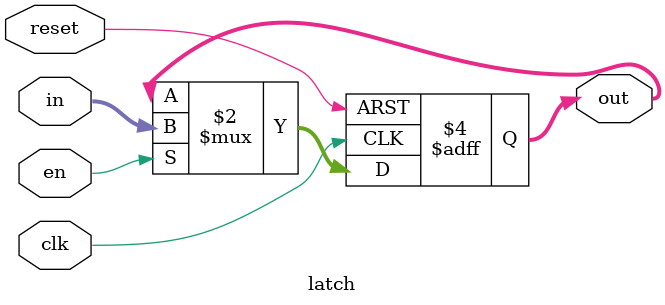
<source format=sv>
module latch #(parameter N = 8)(
    input   logic clk, reset,
    input   logic en,
    input   logic [N-1:0] in,
    output  logic [N-1:0] out);
    
    always_ff @(posedge clk, posedge reset)
        if (reset)   out <= 'b0;
        else if (en) out <= in;
endmodule

</source>
